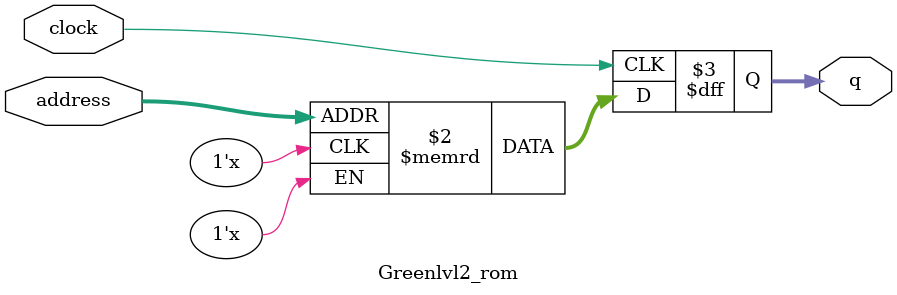
<source format=sv>
module Greenlvl2_rom (
	input logic clock,
	input logic [13:0] address,
	output logic [2:0] q
);

logic [2:0] memory [0:12284] /* synthesis ram_init_file = "C:\Users\David\Desktop\ECE385\Final\Lab_6\statebackground\Greenlvl2\Greenlvl2.mif" */;

always_ff @ (posedge clock) begin
	q <= memory[address];
end

endmodule

</source>
